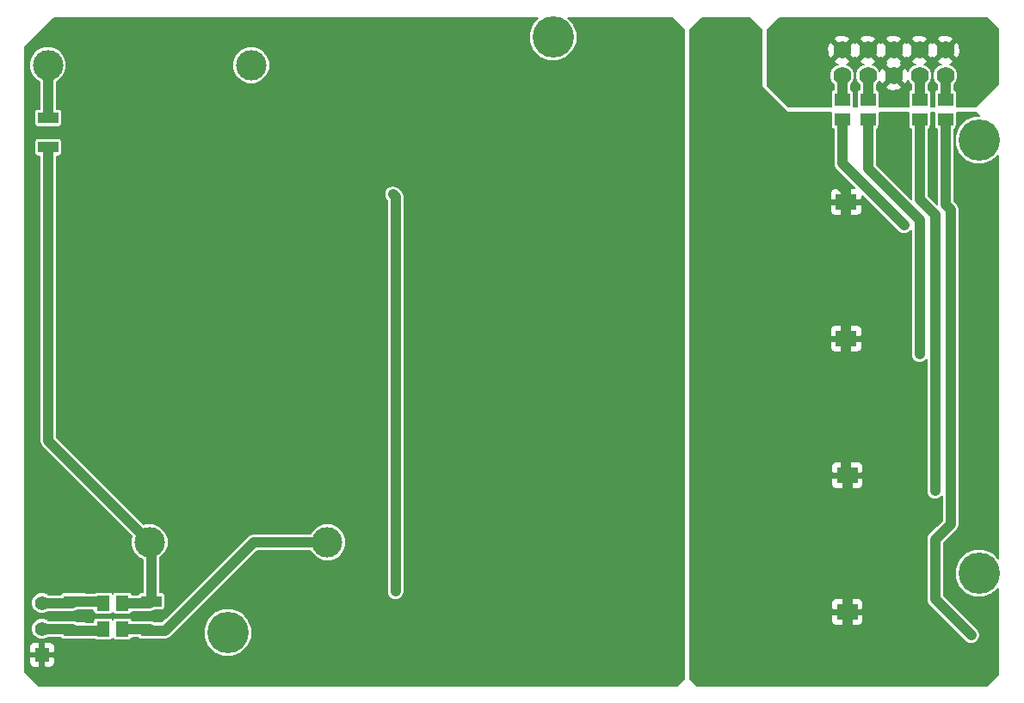
<source format=gbl>
G04 (created by PCBNEW (2013-may-18)-stable) date 2014年04月10日 星期四 23时30分17秒*
%MOIN*%
G04 Gerber Fmt 3.4, Leading zero omitted, Abs format*
%FSLAX34Y34*%
G01*
G70*
G90*
G04 APERTURE LIST*
%ADD10C,0.00590551*%
%ADD11C,0.0693*%
%ADD12R,0.055X0.055*%
%ADD13C,0.055*%
%ADD14R,0.0787402X0.0629921*%
%ADD15C,0.11811*%
%ADD16R,0.059X0.0512*%
%ADD17R,0.0512X0.059*%
%ADD18R,0.0787402X0.0433071*%
%ADD19C,0.16*%
%ADD20C,0.035*%
%ADD21C,0.04*%
%ADD22C,0.02*%
%ADD23C,0.005*%
G04 APERTURE END LIST*
G54D10*
G54D11*
X72400Y-30500D03*
X72400Y-31500D03*
X71400Y-30500D03*
X71400Y-31500D03*
X70400Y-30500D03*
X70400Y-31500D03*
X69400Y-30500D03*
X69400Y-31500D03*
X68400Y-30500D03*
X68400Y-31500D03*
G54D12*
X37400Y-53950D03*
G54D13*
X37400Y-52950D03*
X37400Y-51950D03*
G54D14*
X68600Y-47000D03*
X68550Y-41700D03*
X68600Y-52300D03*
X68550Y-36400D03*
G54D15*
X48462Y-49592D03*
X41572Y-49592D03*
X45509Y-31088D03*
X37635Y-31088D03*
G54D16*
X72400Y-33175D03*
X72400Y-32425D03*
X71400Y-33175D03*
X71400Y-32425D03*
X69400Y-33175D03*
X69400Y-32425D03*
G54D17*
X39775Y-51950D03*
X40525Y-51950D03*
X39775Y-52950D03*
X40525Y-52950D03*
G54D16*
X68400Y-33175D03*
X68400Y-32425D03*
G54D18*
X41650Y-51879D03*
X41650Y-53020D03*
X38650Y-51879D03*
X38650Y-53020D03*
X37650Y-34270D03*
X37650Y-33129D03*
G54D19*
X73700Y-34000D03*
X73700Y-50800D03*
X57200Y-30000D03*
X44600Y-53100D03*
G54D20*
X70800Y-37300D03*
X71400Y-42300D03*
X73400Y-53200D03*
X72000Y-47600D03*
X67400Y-54700D03*
X66400Y-33800D03*
X71800Y-53000D03*
X73200Y-52000D03*
X73600Y-49200D03*
X73600Y-46600D03*
X73600Y-44000D03*
X73600Y-41100D03*
X73600Y-38600D03*
X73300Y-35800D03*
X71900Y-34400D03*
X71900Y-35600D03*
X70600Y-35200D03*
X70200Y-33800D03*
X51100Y-40900D03*
X51100Y-46100D03*
X51100Y-51500D03*
X51000Y-36100D03*
G54D21*
X68400Y-34900D02*
X68400Y-33175D01*
X70800Y-37300D02*
X68400Y-34900D01*
X69400Y-33175D02*
X69400Y-35100D01*
X71400Y-37100D02*
X71400Y-42300D01*
X69400Y-35100D02*
X71400Y-37100D01*
X72000Y-49500D02*
X72600Y-48900D01*
X72000Y-51800D02*
X72000Y-49500D01*
X73400Y-53200D02*
X72000Y-51800D01*
X72400Y-33175D02*
X72400Y-36500D01*
X72400Y-36500D02*
X72600Y-36700D01*
X72600Y-36700D02*
X72600Y-48900D01*
X71400Y-33175D02*
X71400Y-36300D01*
X72000Y-36900D02*
X72000Y-47600D01*
X71400Y-36300D02*
X72000Y-36900D01*
X68600Y-52300D02*
X68600Y-53500D01*
X68600Y-53500D02*
X67400Y-54700D01*
X68600Y-47000D02*
X68600Y-52300D01*
X68550Y-41700D02*
X68550Y-46950D01*
X68550Y-46950D02*
X68600Y-47000D01*
X68550Y-36400D02*
X68550Y-41700D01*
X68550Y-35950D02*
X68550Y-36400D01*
X66400Y-33800D02*
X68550Y-35950D01*
G54D22*
X71800Y-53400D02*
X71800Y-53000D01*
X73000Y-54600D02*
X71800Y-53400D01*
X73300Y-54600D02*
X73000Y-54600D01*
X74000Y-53900D02*
X73300Y-54600D01*
X74000Y-52800D02*
X74000Y-53900D01*
X73200Y-52000D02*
X74000Y-52800D01*
X73600Y-46600D02*
X73600Y-49200D01*
X73600Y-41100D02*
X73600Y-44000D01*
X73600Y-36100D02*
X73600Y-38600D01*
X73300Y-35800D02*
X73600Y-36100D01*
X71900Y-35600D02*
X71900Y-34400D01*
G54D21*
X70600Y-34200D02*
X70600Y-35200D01*
X70200Y-33800D02*
X70600Y-34200D01*
X38650Y-53020D02*
X39704Y-53020D01*
X39704Y-53020D02*
X39775Y-52950D01*
X37400Y-52950D02*
X38579Y-52950D01*
X38579Y-52950D02*
X38650Y-53020D01*
X38650Y-51879D02*
X39704Y-51879D01*
X39704Y-51879D02*
X39775Y-51950D01*
X37400Y-51950D02*
X38579Y-51950D01*
X38579Y-51950D02*
X38650Y-51879D01*
X51100Y-36200D02*
X51100Y-40900D01*
X51100Y-40900D02*
X51100Y-46100D01*
X51100Y-46100D02*
X51100Y-51500D01*
X51000Y-36100D02*
X51100Y-36200D01*
X69400Y-31500D02*
X69400Y-32425D01*
X71400Y-31500D02*
X71400Y-32425D01*
X72400Y-31500D02*
X72400Y-32425D01*
X37635Y-31088D02*
X37635Y-33114D01*
X37635Y-33114D02*
X37650Y-33129D01*
X48462Y-49592D02*
X45607Y-49592D01*
X42179Y-53020D02*
X41650Y-53020D01*
X45607Y-49592D02*
X42179Y-53020D01*
X40525Y-52950D02*
X41579Y-52950D01*
X41579Y-52950D02*
X41650Y-53020D01*
X41650Y-51879D02*
X41650Y-49670D01*
X41650Y-49670D02*
X41572Y-49592D01*
X40525Y-51950D02*
X41579Y-51950D01*
X41579Y-51950D02*
X41650Y-51879D01*
X37650Y-34270D02*
X37650Y-45670D01*
X37650Y-45670D02*
X41572Y-49592D01*
X68400Y-31500D02*
X68400Y-32425D01*
G54D10*
G36*
X62275Y-54889D02*
X62019Y-55145D01*
X51435Y-55145D01*
X51435Y-51500D01*
X51435Y-46100D01*
X51435Y-40900D01*
X51435Y-36200D01*
X51409Y-36071D01*
X51409Y-36071D01*
X51336Y-35963D01*
X51236Y-35863D01*
X51128Y-35790D01*
X51000Y-35765D01*
X50871Y-35790D01*
X50763Y-35863D01*
X50690Y-35971D01*
X50665Y-36100D01*
X50690Y-36228D01*
X50763Y-36336D01*
X50765Y-36338D01*
X50765Y-40900D01*
X50765Y-46100D01*
X50765Y-51500D01*
X50790Y-51628D01*
X50863Y-51736D01*
X50971Y-51809D01*
X51100Y-51835D01*
X51228Y-51809D01*
X51336Y-51736D01*
X51409Y-51628D01*
X51435Y-51500D01*
X51435Y-55145D01*
X49187Y-55145D01*
X49187Y-49449D01*
X49077Y-49182D01*
X48873Y-48977D01*
X48606Y-48867D01*
X48318Y-48867D01*
X48051Y-48977D01*
X47847Y-49181D01*
X47815Y-49257D01*
X46234Y-49257D01*
X46234Y-30945D01*
X46124Y-30678D01*
X45920Y-30474D01*
X45654Y-30363D01*
X45365Y-30363D01*
X45098Y-30473D01*
X44894Y-30677D01*
X44783Y-30943D01*
X44783Y-31232D01*
X44893Y-31499D01*
X45097Y-31703D01*
X45364Y-31814D01*
X45652Y-31814D01*
X45919Y-31704D01*
X46123Y-31500D01*
X46234Y-31233D01*
X46234Y-30945D01*
X46234Y-49257D01*
X45607Y-49257D01*
X45479Y-49283D01*
X45443Y-49307D01*
X45370Y-49355D01*
X42297Y-52428D01*
X42297Y-49449D01*
X42187Y-49182D01*
X41983Y-48977D01*
X41717Y-48867D01*
X41428Y-48867D01*
X41351Y-48898D01*
X38360Y-45907D01*
X38360Y-30945D01*
X38250Y-30678D01*
X38046Y-30474D01*
X37780Y-30363D01*
X37491Y-30363D01*
X37224Y-30473D01*
X37020Y-30677D01*
X36909Y-30943D01*
X36909Y-31232D01*
X37019Y-31499D01*
X37223Y-31703D01*
X37300Y-31735D01*
X37300Y-32777D01*
X37229Y-32777D01*
X37179Y-32798D01*
X37141Y-32836D01*
X37121Y-32885D01*
X37121Y-32939D01*
X37121Y-33372D01*
X37141Y-33422D01*
X37179Y-33460D01*
X37229Y-33480D01*
X37283Y-33480D01*
X38070Y-33480D01*
X38120Y-33460D01*
X38158Y-33422D01*
X38178Y-33372D01*
X38178Y-33318D01*
X38178Y-32885D01*
X38158Y-32836D01*
X38120Y-32798D01*
X38070Y-32777D01*
X38016Y-32777D01*
X37970Y-32777D01*
X37970Y-31735D01*
X38045Y-31704D01*
X38249Y-31500D01*
X38360Y-31233D01*
X38360Y-30945D01*
X38360Y-45907D01*
X37985Y-45531D01*
X37985Y-34622D01*
X38070Y-34622D01*
X38120Y-34601D01*
X38158Y-34563D01*
X38178Y-34514D01*
X38178Y-34460D01*
X38178Y-34027D01*
X38158Y-33977D01*
X38120Y-33939D01*
X38070Y-33919D01*
X38016Y-33919D01*
X37229Y-33919D01*
X37179Y-33939D01*
X37141Y-33977D01*
X37121Y-34027D01*
X37121Y-34081D01*
X37121Y-34514D01*
X37141Y-34563D01*
X37179Y-34601D01*
X37229Y-34622D01*
X37283Y-34622D01*
X37315Y-34622D01*
X37315Y-45670D01*
X37340Y-45798D01*
X37413Y-45907D01*
X40878Y-49372D01*
X40846Y-49447D01*
X40846Y-49736D01*
X40956Y-50003D01*
X41160Y-50207D01*
X41315Y-50271D01*
X41315Y-51527D01*
X41229Y-51527D01*
X41179Y-51548D01*
X41141Y-51586D01*
X41129Y-51615D01*
X40910Y-51615D01*
X40895Y-51578D01*
X40857Y-51540D01*
X40807Y-51520D01*
X40754Y-51519D01*
X40242Y-51519D01*
X40192Y-51540D01*
X40154Y-51578D01*
X40150Y-51589D01*
X40145Y-51578D01*
X40107Y-51540D01*
X40057Y-51520D01*
X40004Y-51519D01*
X39492Y-51519D01*
X39442Y-51540D01*
X39438Y-51544D01*
X39110Y-51544D01*
X39070Y-51527D01*
X39016Y-51527D01*
X38229Y-51527D01*
X38179Y-51548D01*
X38141Y-51586D01*
X38129Y-51615D01*
X37644Y-51615D01*
X37632Y-51602D01*
X37481Y-51540D01*
X37318Y-51539D01*
X37168Y-51602D01*
X37052Y-51717D01*
X36990Y-51868D01*
X36989Y-52031D01*
X37052Y-52181D01*
X37167Y-52297D01*
X37318Y-52359D01*
X37481Y-52360D01*
X37631Y-52297D01*
X37644Y-52285D01*
X38579Y-52285D01*
X38707Y-52259D01*
X38707Y-52259D01*
X38750Y-52230D01*
X38750Y-52230D01*
X39070Y-52230D01*
X39110Y-52214D01*
X39383Y-52214D01*
X39383Y-52271D01*
X39404Y-52321D01*
X39442Y-52359D01*
X39492Y-52379D01*
X39545Y-52380D01*
X40057Y-52380D01*
X40107Y-52359D01*
X40145Y-52321D01*
X40149Y-52310D01*
X40154Y-52321D01*
X40192Y-52359D01*
X40242Y-52379D01*
X40295Y-52380D01*
X40807Y-52380D01*
X40857Y-52359D01*
X40895Y-52321D01*
X40910Y-52285D01*
X41579Y-52285D01*
X41707Y-52259D01*
X41707Y-52259D01*
X41750Y-52230D01*
X41750Y-52230D01*
X42070Y-52230D01*
X42120Y-52210D01*
X42158Y-52172D01*
X42178Y-52122D01*
X42178Y-52068D01*
X42178Y-51635D01*
X42158Y-51586D01*
X42120Y-51548D01*
X42070Y-51527D01*
X42016Y-51527D01*
X41985Y-51527D01*
X41985Y-50205D01*
X42186Y-50004D01*
X42297Y-49737D01*
X42297Y-49449D01*
X42297Y-52428D01*
X42056Y-52669D01*
X42016Y-52669D01*
X41750Y-52669D01*
X41707Y-52640D01*
X41579Y-52615D01*
X40910Y-52615D01*
X40895Y-52578D01*
X40857Y-52540D01*
X40807Y-52520D01*
X40754Y-52519D01*
X40242Y-52519D01*
X40192Y-52540D01*
X40154Y-52578D01*
X40150Y-52589D01*
X40145Y-52578D01*
X40107Y-52540D01*
X40057Y-52520D01*
X40004Y-52519D01*
X39492Y-52519D01*
X39442Y-52540D01*
X39404Y-52578D01*
X39384Y-52628D01*
X39383Y-52681D01*
X39383Y-52685D01*
X39110Y-52685D01*
X39070Y-52669D01*
X39016Y-52669D01*
X38750Y-52669D01*
X38707Y-52640D01*
X38579Y-52615D01*
X37644Y-52615D01*
X37632Y-52602D01*
X37481Y-52540D01*
X37318Y-52539D01*
X37168Y-52602D01*
X37052Y-52717D01*
X36990Y-52868D01*
X36989Y-53031D01*
X37052Y-53181D01*
X37167Y-53297D01*
X37318Y-53359D01*
X37481Y-53360D01*
X37631Y-53297D01*
X37644Y-53285D01*
X38129Y-53285D01*
X38141Y-53313D01*
X38179Y-53351D01*
X38229Y-53372D01*
X38283Y-53372D01*
X39070Y-53372D01*
X39110Y-53355D01*
X39438Y-53355D01*
X39442Y-53359D01*
X39492Y-53379D01*
X39545Y-53380D01*
X40057Y-53380D01*
X40107Y-53359D01*
X40145Y-53321D01*
X40149Y-53310D01*
X40154Y-53321D01*
X40192Y-53359D01*
X40242Y-53379D01*
X40295Y-53380D01*
X40807Y-53380D01*
X40857Y-53359D01*
X40895Y-53321D01*
X40910Y-53285D01*
X41129Y-53285D01*
X41141Y-53313D01*
X41179Y-53351D01*
X41229Y-53372D01*
X41283Y-53372D01*
X42070Y-53372D01*
X42110Y-53355D01*
X42179Y-53355D01*
X42307Y-53330D01*
X42307Y-53330D01*
X42416Y-53257D01*
X45746Y-49927D01*
X47815Y-49927D01*
X47846Y-50003D01*
X48050Y-50207D01*
X48317Y-50318D01*
X48605Y-50318D01*
X48872Y-50208D01*
X49076Y-50004D01*
X49187Y-49737D01*
X49187Y-49449D01*
X49187Y-55145D01*
X45535Y-55145D01*
X45535Y-52914D01*
X45393Y-52571D01*
X45130Y-52307D01*
X44786Y-52165D01*
X44414Y-52164D01*
X44071Y-52306D01*
X43807Y-52569D01*
X43665Y-52913D01*
X43664Y-53285D01*
X43806Y-53628D01*
X44069Y-53892D01*
X44413Y-54034D01*
X44785Y-54035D01*
X45128Y-53893D01*
X45392Y-53630D01*
X45534Y-53286D01*
X45535Y-52914D01*
X45535Y-55145D01*
X37900Y-55145D01*
X37900Y-54269D01*
X37900Y-53630D01*
X37865Y-53547D01*
X37802Y-53484D01*
X37719Y-53450D01*
X37630Y-53449D01*
X37531Y-53450D01*
X37475Y-53506D01*
X37475Y-53875D01*
X37843Y-53875D01*
X37900Y-53818D01*
X37900Y-53630D01*
X37900Y-54269D01*
X37900Y-54081D01*
X37843Y-54025D01*
X37475Y-54025D01*
X37475Y-54393D01*
X37531Y-54450D01*
X37630Y-54450D01*
X37719Y-54449D01*
X37802Y-54415D01*
X37865Y-54352D01*
X37900Y-54269D01*
X37900Y-55145D01*
X37325Y-55145D01*
X37325Y-54393D01*
X37325Y-54025D01*
X37325Y-53875D01*
X37325Y-53506D01*
X37268Y-53450D01*
X37169Y-53449D01*
X37080Y-53450D01*
X36997Y-53484D01*
X36934Y-53547D01*
X36899Y-53630D01*
X36900Y-53818D01*
X36956Y-53875D01*
X37325Y-53875D01*
X37325Y-54025D01*
X36956Y-54025D01*
X36900Y-54081D01*
X36899Y-54269D01*
X36934Y-54352D01*
X36997Y-54415D01*
X37080Y-54449D01*
X37169Y-54450D01*
X37268Y-54450D01*
X37325Y-54393D01*
X37325Y-55145D01*
X37280Y-55145D01*
X36754Y-54619D01*
X36754Y-30380D01*
X37880Y-29254D01*
X56623Y-29254D01*
X56407Y-29469D01*
X56265Y-29813D01*
X56264Y-30185D01*
X56406Y-30528D01*
X56669Y-30792D01*
X57013Y-30934D01*
X57385Y-30935D01*
X57728Y-30793D01*
X57992Y-30530D01*
X58134Y-30186D01*
X58135Y-29814D01*
X57993Y-29471D01*
X57777Y-29254D01*
X61819Y-29254D01*
X62275Y-29710D01*
X62275Y-54889D01*
X62275Y-54889D01*
G37*
G54D23*
X62275Y-54889D02*
X62019Y-55145D01*
X51435Y-55145D01*
X51435Y-51500D01*
X51435Y-46100D01*
X51435Y-40900D01*
X51435Y-36200D01*
X51409Y-36071D01*
X51409Y-36071D01*
X51336Y-35963D01*
X51236Y-35863D01*
X51128Y-35790D01*
X51000Y-35765D01*
X50871Y-35790D01*
X50763Y-35863D01*
X50690Y-35971D01*
X50665Y-36100D01*
X50690Y-36228D01*
X50763Y-36336D01*
X50765Y-36338D01*
X50765Y-40900D01*
X50765Y-46100D01*
X50765Y-51500D01*
X50790Y-51628D01*
X50863Y-51736D01*
X50971Y-51809D01*
X51100Y-51835D01*
X51228Y-51809D01*
X51336Y-51736D01*
X51409Y-51628D01*
X51435Y-51500D01*
X51435Y-55145D01*
X49187Y-55145D01*
X49187Y-49449D01*
X49077Y-49182D01*
X48873Y-48977D01*
X48606Y-48867D01*
X48318Y-48867D01*
X48051Y-48977D01*
X47847Y-49181D01*
X47815Y-49257D01*
X46234Y-49257D01*
X46234Y-30945D01*
X46124Y-30678D01*
X45920Y-30474D01*
X45654Y-30363D01*
X45365Y-30363D01*
X45098Y-30473D01*
X44894Y-30677D01*
X44783Y-30943D01*
X44783Y-31232D01*
X44893Y-31499D01*
X45097Y-31703D01*
X45364Y-31814D01*
X45652Y-31814D01*
X45919Y-31704D01*
X46123Y-31500D01*
X46234Y-31233D01*
X46234Y-30945D01*
X46234Y-49257D01*
X45607Y-49257D01*
X45479Y-49283D01*
X45443Y-49307D01*
X45370Y-49355D01*
X42297Y-52428D01*
X42297Y-49449D01*
X42187Y-49182D01*
X41983Y-48977D01*
X41717Y-48867D01*
X41428Y-48867D01*
X41351Y-48898D01*
X38360Y-45907D01*
X38360Y-30945D01*
X38250Y-30678D01*
X38046Y-30474D01*
X37780Y-30363D01*
X37491Y-30363D01*
X37224Y-30473D01*
X37020Y-30677D01*
X36909Y-30943D01*
X36909Y-31232D01*
X37019Y-31499D01*
X37223Y-31703D01*
X37300Y-31735D01*
X37300Y-32777D01*
X37229Y-32777D01*
X37179Y-32798D01*
X37141Y-32836D01*
X37121Y-32885D01*
X37121Y-32939D01*
X37121Y-33372D01*
X37141Y-33422D01*
X37179Y-33460D01*
X37229Y-33480D01*
X37283Y-33480D01*
X38070Y-33480D01*
X38120Y-33460D01*
X38158Y-33422D01*
X38178Y-33372D01*
X38178Y-33318D01*
X38178Y-32885D01*
X38158Y-32836D01*
X38120Y-32798D01*
X38070Y-32777D01*
X38016Y-32777D01*
X37970Y-32777D01*
X37970Y-31735D01*
X38045Y-31704D01*
X38249Y-31500D01*
X38360Y-31233D01*
X38360Y-30945D01*
X38360Y-45907D01*
X37985Y-45531D01*
X37985Y-34622D01*
X38070Y-34622D01*
X38120Y-34601D01*
X38158Y-34563D01*
X38178Y-34514D01*
X38178Y-34460D01*
X38178Y-34027D01*
X38158Y-33977D01*
X38120Y-33939D01*
X38070Y-33919D01*
X38016Y-33919D01*
X37229Y-33919D01*
X37179Y-33939D01*
X37141Y-33977D01*
X37121Y-34027D01*
X37121Y-34081D01*
X37121Y-34514D01*
X37141Y-34563D01*
X37179Y-34601D01*
X37229Y-34622D01*
X37283Y-34622D01*
X37315Y-34622D01*
X37315Y-45670D01*
X37340Y-45798D01*
X37413Y-45907D01*
X40878Y-49372D01*
X40846Y-49447D01*
X40846Y-49736D01*
X40956Y-50003D01*
X41160Y-50207D01*
X41315Y-50271D01*
X41315Y-51527D01*
X41229Y-51527D01*
X41179Y-51548D01*
X41141Y-51586D01*
X41129Y-51615D01*
X40910Y-51615D01*
X40895Y-51578D01*
X40857Y-51540D01*
X40807Y-51520D01*
X40754Y-51519D01*
X40242Y-51519D01*
X40192Y-51540D01*
X40154Y-51578D01*
X40150Y-51589D01*
X40145Y-51578D01*
X40107Y-51540D01*
X40057Y-51520D01*
X40004Y-51519D01*
X39492Y-51519D01*
X39442Y-51540D01*
X39438Y-51544D01*
X39110Y-51544D01*
X39070Y-51527D01*
X39016Y-51527D01*
X38229Y-51527D01*
X38179Y-51548D01*
X38141Y-51586D01*
X38129Y-51615D01*
X37644Y-51615D01*
X37632Y-51602D01*
X37481Y-51540D01*
X37318Y-51539D01*
X37168Y-51602D01*
X37052Y-51717D01*
X36990Y-51868D01*
X36989Y-52031D01*
X37052Y-52181D01*
X37167Y-52297D01*
X37318Y-52359D01*
X37481Y-52360D01*
X37631Y-52297D01*
X37644Y-52285D01*
X38579Y-52285D01*
X38707Y-52259D01*
X38707Y-52259D01*
X38750Y-52230D01*
X38750Y-52230D01*
X39070Y-52230D01*
X39110Y-52214D01*
X39383Y-52214D01*
X39383Y-52271D01*
X39404Y-52321D01*
X39442Y-52359D01*
X39492Y-52379D01*
X39545Y-52380D01*
X40057Y-52380D01*
X40107Y-52359D01*
X40145Y-52321D01*
X40149Y-52310D01*
X40154Y-52321D01*
X40192Y-52359D01*
X40242Y-52379D01*
X40295Y-52380D01*
X40807Y-52380D01*
X40857Y-52359D01*
X40895Y-52321D01*
X40910Y-52285D01*
X41579Y-52285D01*
X41707Y-52259D01*
X41707Y-52259D01*
X41750Y-52230D01*
X41750Y-52230D01*
X42070Y-52230D01*
X42120Y-52210D01*
X42158Y-52172D01*
X42178Y-52122D01*
X42178Y-52068D01*
X42178Y-51635D01*
X42158Y-51586D01*
X42120Y-51548D01*
X42070Y-51527D01*
X42016Y-51527D01*
X41985Y-51527D01*
X41985Y-50205D01*
X42186Y-50004D01*
X42297Y-49737D01*
X42297Y-49449D01*
X42297Y-52428D01*
X42056Y-52669D01*
X42016Y-52669D01*
X41750Y-52669D01*
X41707Y-52640D01*
X41579Y-52615D01*
X40910Y-52615D01*
X40895Y-52578D01*
X40857Y-52540D01*
X40807Y-52520D01*
X40754Y-52519D01*
X40242Y-52519D01*
X40192Y-52540D01*
X40154Y-52578D01*
X40150Y-52589D01*
X40145Y-52578D01*
X40107Y-52540D01*
X40057Y-52520D01*
X40004Y-52519D01*
X39492Y-52519D01*
X39442Y-52540D01*
X39404Y-52578D01*
X39384Y-52628D01*
X39383Y-52681D01*
X39383Y-52685D01*
X39110Y-52685D01*
X39070Y-52669D01*
X39016Y-52669D01*
X38750Y-52669D01*
X38707Y-52640D01*
X38579Y-52615D01*
X37644Y-52615D01*
X37632Y-52602D01*
X37481Y-52540D01*
X37318Y-52539D01*
X37168Y-52602D01*
X37052Y-52717D01*
X36990Y-52868D01*
X36989Y-53031D01*
X37052Y-53181D01*
X37167Y-53297D01*
X37318Y-53359D01*
X37481Y-53360D01*
X37631Y-53297D01*
X37644Y-53285D01*
X38129Y-53285D01*
X38141Y-53313D01*
X38179Y-53351D01*
X38229Y-53372D01*
X38283Y-53372D01*
X39070Y-53372D01*
X39110Y-53355D01*
X39438Y-53355D01*
X39442Y-53359D01*
X39492Y-53379D01*
X39545Y-53380D01*
X40057Y-53380D01*
X40107Y-53359D01*
X40145Y-53321D01*
X40149Y-53310D01*
X40154Y-53321D01*
X40192Y-53359D01*
X40242Y-53379D01*
X40295Y-53380D01*
X40807Y-53380D01*
X40857Y-53359D01*
X40895Y-53321D01*
X40910Y-53285D01*
X41129Y-53285D01*
X41141Y-53313D01*
X41179Y-53351D01*
X41229Y-53372D01*
X41283Y-53372D01*
X42070Y-53372D01*
X42110Y-53355D01*
X42179Y-53355D01*
X42307Y-53330D01*
X42307Y-53330D01*
X42416Y-53257D01*
X45746Y-49927D01*
X47815Y-49927D01*
X47846Y-50003D01*
X48050Y-50207D01*
X48317Y-50318D01*
X48605Y-50318D01*
X48872Y-50208D01*
X49076Y-50004D01*
X49187Y-49737D01*
X49187Y-49449D01*
X49187Y-55145D01*
X45535Y-55145D01*
X45535Y-52914D01*
X45393Y-52571D01*
X45130Y-52307D01*
X44786Y-52165D01*
X44414Y-52164D01*
X44071Y-52306D01*
X43807Y-52569D01*
X43665Y-52913D01*
X43664Y-53285D01*
X43806Y-53628D01*
X44069Y-53892D01*
X44413Y-54034D01*
X44785Y-54035D01*
X45128Y-53893D01*
X45392Y-53630D01*
X45534Y-53286D01*
X45535Y-52914D01*
X45535Y-55145D01*
X37900Y-55145D01*
X37900Y-54269D01*
X37900Y-53630D01*
X37865Y-53547D01*
X37802Y-53484D01*
X37719Y-53450D01*
X37630Y-53449D01*
X37531Y-53450D01*
X37475Y-53506D01*
X37475Y-53875D01*
X37843Y-53875D01*
X37900Y-53818D01*
X37900Y-53630D01*
X37900Y-54269D01*
X37900Y-54081D01*
X37843Y-54025D01*
X37475Y-54025D01*
X37475Y-54393D01*
X37531Y-54450D01*
X37630Y-54450D01*
X37719Y-54449D01*
X37802Y-54415D01*
X37865Y-54352D01*
X37900Y-54269D01*
X37900Y-55145D01*
X37325Y-55145D01*
X37325Y-54393D01*
X37325Y-54025D01*
X37325Y-53875D01*
X37325Y-53506D01*
X37268Y-53450D01*
X37169Y-53449D01*
X37080Y-53450D01*
X36997Y-53484D01*
X36934Y-53547D01*
X36899Y-53630D01*
X36900Y-53818D01*
X36956Y-53875D01*
X37325Y-53875D01*
X37325Y-54025D01*
X36956Y-54025D01*
X36900Y-54081D01*
X36899Y-54269D01*
X36934Y-54352D01*
X36997Y-54415D01*
X37080Y-54449D01*
X37169Y-54450D01*
X37268Y-54450D01*
X37325Y-54393D01*
X37325Y-55145D01*
X37280Y-55145D01*
X36754Y-54619D01*
X36754Y-30380D01*
X37880Y-29254D01*
X56623Y-29254D01*
X56407Y-29469D01*
X56265Y-29813D01*
X56264Y-30185D01*
X56406Y-30528D01*
X56669Y-30792D01*
X57013Y-30934D01*
X57385Y-30935D01*
X57728Y-30793D01*
X57992Y-30530D01*
X58134Y-30186D01*
X58135Y-29814D01*
X57993Y-29471D01*
X57777Y-29254D01*
X61819Y-29254D01*
X62275Y-29710D01*
X62275Y-54889D01*
G54D10*
G36*
X74445Y-31819D02*
X73589Y-32675D01*
X72979Y-32675D01*
X72979Y-30561D01*
X72959Y-30335D01*
X72911Y-30221D01*
X72821Y-30184D01*
X72715Y-30290D01*
X72715Y-30078D01*
X72678Y-29988D01*
X72461Y-29920D01*
X72235Y-29940D01*
X72121Y-29988D01*
X72084Y-30078D01*
X72400Y-30393D01*
X72715Y-30078D01*
X72715Y-30290D01*
X72506Y-30500D01*
X72821Y-30815D01*
X72911Y-30778D01*
X72979Y-30561D01*
X72979Y-32675D01*
X72830Y-32675D01*
X72830Y-32654D01*
X72830Y-32142D01*
X72809Y-32092D01*
X72771Y-32054D01*
X72735Y-32039D01*
X72735Y-31845D01*
X72807Y-31773D01*
X72881Y-31596D01*
X72881Y-31404D01*
X72808Y-31227D01*
X72673Y-31092D01*
X72579Y-31052D01*
X72678Y-31011D01*
X72715Y-30921D01*
X72400Y-30606D01*
X72293Y-30712D01*
X72293Y-30500D01*
X71978Y-30184D01*
X71900Y-30216D01*
X71821Y-30184D01*
X71715Y-30290D01*
X71715Y-30078D01*
X71678Y-29988D01*
X71461Y-29920D01*
X71235Y-29940D01*
X71121Y-29988D01*
X71084Y-30078D01*
X71400Y-30393D01*
X71715Y-30078D01*
X71715Y-30290D01*
X71506Y-30500D01*
X71821Y-30815D01*
X71900Y-30783D01*
X71978Y-30815D01*
X72293Y-30500D01*
X72293Y-30712D01*
X72084Y-30921D01*
X72121Y-31011D01*
X72235Y-31047D01*
X72127Y-31091D01*
X71992Y-31226D01*
X71918Y-31403D01*
X71918Y-31595D01*
X71991Y-31772D01*
X72065Y-31845D01*
X72065Y-32039D01*
X72028Y-32054D01*
X71990Y-32092D01*
X71970Y-32142D01*
X71969Y-32195D01*
X71969Y-32675D01*
X71830Y-32675D01*
X71830Y-32654D01*
X71830Y-32142D01*
X71809Y-32092D01*
X71771Y-32054D01*
X71735Y-32039D01*
X71735Y-31845D01*
X71807Y-31773D01*
X71881Y-31596D01*
X71881Y-31404D01*
X71808Y-31227D01*
X71673Y-31092D01*
X71579Y-31052D01*
X71678Y-31011D01*
X71715Y-30921D01*
X71400Y-30606D01*
X71293Y-30712D01*
X71293Y-30500D01*
X70978Y-30184D01*
X70900Y-30216D01*
X70821Y-30184D01*
X70715Y-30290D01*
X70715Y-30078D01*
X70678Y-29988D01*
X70461Y-29920D01*
X70235Y-29940D01*
X70121Y-29988D01*
X70084Y-30078D01*
X70400Y-30393D01*
X70715Y-30078D01*
X70715Y-30290D01*
X70506Y-30500D01*
X70821Y-30815D01*
X70900Y-30783D01*
X70978Y-30815D01*
X71293Y-30500D01*
X71293Y-30712D01*
X71084Y-30921D01*
X71121Y-31011D01*
X71235Y-31047D01*
X71127Y-31091D01*
X70992Y-31226D01*
X70952Y-31320D01*
X70911Y-31221D01*
X70821Y-31184D01*
X70715Y-31290D01*
X70715Y-31078D01*
X70683Y-31000D01*
X70715Y-30921D01*
X70400Y-30606D01*
X70293Y-30712D01*
X70293Y-30500D01*
X69978Y-30184D01*
X69900Y-30216D01*
X69821Y-30184D01*
X69715Y-30290D01*
X69715Y-30078D01*
X69678Y-29988D01*
X69461Y-29920D01*
X69235Y-29940D01*
X69121Y-29988D01*
X69084Y-30078D01*
X69400Y-30393D01*
X69715Y-30078D01*
X69715Y-30290D01*
X69506Y-30500D01*
X69821Y-30815D01*
X69900Y-30783D01*
X69978Y-30815D01*
X70293Y-30500D01*
X70293Y-30712D01*
X70084Y-30921D01*
X70116Y-31000D01*
X70084Y-31078D01*
X70400Y-31393D01*
X70715Y-31078D01*
X70715Y-31290D01*
X70506Y-31500D01*
X70821Y-31815D01*
X70911Y-31778D01*
X70947Y-31664D01*
X70991Y-31772D01*
X71065Y-31845D01*
X71065Y-32039D01*
X71028Y-32054D01*
X70990Y-32092D01*
X70970Y-32142D01*
X70969Y-32195D01*
X70969Y-32675D01*
X70715Y-32675D01*
X70715Y-31921D01*
X70400Y-31606D01*
X70084Y-31921D01*
X70121Y-32011D01*
X70338Y-32079D01*
X70564Y-32059D01*
X70678Y-32011D01*
X70715Y-31921D01*
X70715Y-32675D01*
X69830Y-32675D01*
X69830Y-32654D01*
X69830Y-32142D01*
X69809Y-32092D01*
X69771Y-32054D01*
X69735Y-32039D01*
X69735Y-31845D01*
X69807Y-31773D01*
X69847Y-31679D01*
X69888Y-31778D01*
X69978Y-31815D01*
X70293Y-31500D01*
X69978Y-31184D01*
X69888Y-31221D01*
X69852Y-31335D01*
X69808Y-31227D01*
X69673Y-31092D01*
X69579Y-31052D01*
X69678Y-31011D01*
X69715Y-30921D01*
X69400Y-30606D01*
X69293Y-30712D01*
X69293Y-30500D01*
X68978Y-30184D01*
X68900Y-30216D01*
X68821Y-30184D01*
X68715Y-30290D01*
X68715Y-30078D01*
X68678Y-29988D01*
X68461Y-29920D01*
X68235Y-29940D01*
X68121Y-29988D01*
X68084Y-30078D01*
X68400Y-30393D01*
X68715Y-30078D01*
X68715Y-30290D01*
X68506Y-30500D01*
X68821Y-30815D01*
X68900Y-30783D01*
X68978Y-30815D01*
X69293Y-30500D01*
X69293Y-30712D01*
X69084Y-30921D01*
X69121Y-31011D01*
X69235Y-31047D01*
X69127Y-31091D01*
X68992Y-31226D01*
X68918Y-31403D01*
X68918Y-31595D01*
X68991Y-31772D01*
X69065Y-31845D01*
X69065Y-32039D01*
X69028Y-32054D01*
X68990Y-32092D01*
X68970Y-32142D01*
X68969Y-32195D01*
X68969Y-32675D01*
X68830Y-32675D01*
X68830Y-32654D01*
X68830Y-32142D01*
X68809Y-32092D01*
X68771Y-32054D01*
X68735Y-32039D01*
X68735Y-31845D01*
X68807Y-31773D01*
X68881Y-31596D01*
X68881Y-31404D01*
X68808Y-31227D01*
X68673Y-31092D01*
X68579Y-31052D01*
X68678Y-31011D01*
X68715Y-30921D01*
X68400Y-30606D01*
X68293Y-30712D01*
X68293Y-30500D01*
X67978Y-30184D01*
X67888Y-30221D01*
X67820Y-30438D01*
X67840Y-30664D01*
X67888Y-30778D01*
X67978Y-30815D01*
X68293Y-30500D01*
X68293Y-30712D01*
X68084Y-30921D01*
X68121Y-31011D01*
X68235Y-31047D01*
X68127Y-31091D01*
X67992Y-31226D01*
X67918Y-31403D01*
X67918Y-31595D01*
X67991Y-31772D01*
X68065Y-31845D01*
X68065Y-32039D01*
X68028Y-32054D01*
X67990Y-32092D01*
X67970Y-32142D01*
X67969Y-32195D01*
X67969Y-32675D01*
X66310Y-32675D01*
X65525Y-31889D01*
X65525Y-29710D01*
X65980Y-29254D01*
X74019Y-29254D01*
X74445Y-29680D01*
X74445Y-31819D01*
X74445Y-31819D01*
G37*
G54D23*
X74445Y-31819D02*
X73589Y-32675D01*
X72979Y-32675D01*
X72979Y-30561D01*
X72959Y-30335D01*
X72911Y-30221D01*
X72821Y-30184D01*
X72715Y-30290D01*
X72715Y-30078D01*
X72678Y-29988D01*
X72461Y-29920D01*
X72235Y-29940D01*
X72121Y-29988D01*
X72084Y-30078D01*
X72400Y-30393D01*
X72715Y-30078D01*
X72715Y-30290D01*
X72506Y-30500D01*
X72821Y-30815D01*
X72911Y-30778D01*
X72979Y-30561D01*
X72979Y-32675D01*
X72830Y-32675D01*
X72830Y-32654D01*
X72830Y-32142D01*
X72809Y-32092D01*
X72771Y-32054D01*
X72735Y-32039D01*
X72735Y-31845D01*
X72807Y-31773D01*
X72881Y-31596D01*
X72881Y-31404D01*
X72808Y-31227D01*
X72673Y-31092D01*
X72579Y-31052D01*
X72678Y-31011D01*
X72715Y-30921D01*
X72400Y-30606D01*
X72293Y-30712D01*
X72293Y-30500D01*
X71978Y-30184D01*
X71900Y-30216D01*
X71821Y-30184D01*
X71715Y-30290D01*
X71715Y-30078D01*
X71678Y-29988D01*
X71461Y-29920D01*
X71235Y-29940D01*
X71121Y-29988D01*
X71084Y-30078D01*
X71400Y-30393D01*
X71715Y-30078D01*
X71715Y-30290D01*
X71506Y-30500D01*
X71821Y-30815D01*
X71900Y-30783D01*
X71978Y-30815D01*
X72293Y-30500D01*
X72293Y-30712D01*
X72084Y-30921D01*
X72121Y-31011D01*
X72235Y-31047D01*
X72127Y-31091D01*
X71992Y-31226D01*
X71918Y-31403D01*
X71918Y-31595D01*
X71991Y-31772D01*
X72065Y-31845D01*
X72065Y-32039D01*
X72028Y-32054D01*
X71990Y-32092D01*
X71970Y-32142D01*
X71969Y-32195D01*
X71969Y-32675D01*
X71830Y-32675D01*
X71830Y-32654D01*
X71830Y-32142D01*
X71809Y-32092D01*
X71771Y-32054D01*
X71735Y-32039D01*
X71735Y-31845D01*
X71807Y-31773D01*
X71881Y-31596D01*
X71881Y-31404D01*
X71808Y-31227D01*
X71673Y-31092D01*
X71579Y-31052D01*
X71678Y-31011D01*
X71715Y-30921D01*
X71400Y-30606D01*
X71293Y-30712D01*
X71293Y-30500D01*
X70978Y-30184D01*
X70900Y-30216D01*
X70821Y-30184D01*
X70715Y-30290D01*
X70715Y-30078D01*
X70678Y-29988D01*
X70461Y-29920D01*
X70235Y-29940D01*
X70121Y-29988D01*
X70084Y-30078D01*
X70400Y-30393D01*
X70715Y-30078D01*
X70715Y-30290D01*
X70506Y-30500D01*
X70821Y-30815D01*
X70900Y-30783D01*
X70978Y-30815D01*
X71293Y-30500D01*
X71293Y-30712D01*
X71084Y-30921D01*
X71121Y-31011D01*
X71235Y-31047D01*
X71127Y-31091D01*
X70992Y-31226D01*
X70952Y-31320D01*
X70911Y-31221D01*
X70821Y-31184D01*
X70715Y-31290D01*
X70715Y-31078D01*
X70683Y-31000D01*
X70715Y-30921D01*
X70400Y-30606D01*
X70293Y-30712D01*
X70293Y-30500D01*
X69978Y-30184D01*
X69900Y-30216D01*
X69821Y-30184D01*
X69715Y-30290D01*
X69715Y-30078D01*
X69678Y-29988D01*
X69461Y-29920D01*
X69235Y-29940D01*
X69121Y-29988D01*
X69084Y-30078D01*
X69400Y-30393D01*
X69715Y-30078D01*
X69715Y-30290D01*
X69506Y-30500D01*
X69821Y-30815D01*
X69900Y-30783D01*
X69978Y-30815D01*
X70293Y-30500D01*
X70293Y-30712D01*
X70084Y-30921D01*
X70116Y-31000D01*
X70084Y-31078D01*
X70400Y-31393D01*
X70715Y-31078D01*
X70715Y-31290D01*
X70506Y-31500D01*
X70821Y-31815D01*
X70911Y-31778D01*
X70947Y-31664D01*
X70991Y-31772D01*
X71065Y-31845D01*
X71065Y-32039D01*
X71028Y-32054D01*
X70990Y-32092D01*
X70970Y-32142D01*
X70969Y-32195D01*
X70969Y-32675D01*
X70715Y-32675D01*
X70715Y-31921D01*
X70400Y-31606D01*
X70084Y-31921D01*
X70121Y-32011D01*
X70338Y-32079D01*
X70564Y-32059D01*
X70678Y-32011D01*
X70715Y-31921D01*
X70715Y-32675D01*
X69830Y-32675D01*
X69830Y-32654D01*
X69830Y-32142D01*
X69809Y-32092D01*
X69771Y-32054D01*
X69735Y-32039D01*
X69735Y-31845D01*
X69807Y-31773D01*
X69847Y-31679D01*
X69888Y-31778D01*
X69978Y-31815D01*
X70293Y-31500D01*
X69978Y-31184D01*
X69888Y-31221D01*
X69852Y-31335D01*
X69808Y-31227D01*
X69673Y-31092D01*
X69579Y-31052D01*
X69678Y-31011D01*
X69715Y-30921D01*
X69400Y-30606D01*
X69293Y-30712D01*
X69293Y-30500D01*
X68978Y-30184D01*
X68900Y-30216D01*
X68821Y-30184D01*
X68715Y-30290D01*
X68715Y-30078D01*
X68678Y-29988D01*
X68461Y-29920D01*
X68235Y-29940D01*
X68121Y-29988D01*
X68084Y-30078D01*
X68400Y-30393D01*
X68715Y-30078D01*
X68715Y-30290D01*
X68506Y-30500D01*
X68821Y-30815D01*
X68900Y-30783D01*
X68978Y-30815D01*
X69293Y-30500D01*
X69293Y-30712D01*
X69084Y-30921D01*
X69121Y-31011D01*
X69235Y-31047D01*
X69127Y-31091D01*
X68992Y-31226D01*
X68918Y-31403D01*
X68918Y-31595D01*
X68991Y-31772D01*
X69065Y-31845D01*
X69065Y-32039D01*
X69028Y-32054D01*
X68990Y-32092D01*
X68970Y-32142D01*
X68969Y-32195D01*
X68969Y-32675D01*
X68830Y-32675D01*
X68830Y-32654D01*
X68830Y-32142D01*
X68809Y-32092D01*
X68771Y-32054D01*
X68735Y-32039D01*
X68735Y-31845D01*
X68807Y-31773D01*
X68881Y-31596D01*
X68881Y-31404D01*
X68808Y-31227D01*
X68673Y-31092D01*
X68579Y-31052D01*
X68678Y-31011D01*
X68715Y-30921D01*
X68400Y-30606D01*
X68293Y-30712D01*
X68293Y-30500D01*
X67978Y-30184D01*
X67888Y-30221D01*
X67820Y-30438D01*
X67840Y-30664D01*
X67888Y-30778D01*
X67978Y-30815D01*
X68293Y-30500D01*
X68293Y-30712D01*
X68084Y-30921D01*
X68121Y-31011D01*
X68235Y-31047D01*
X68127Y-31091D01*
X67992Y-31226D01*
X67918Y-31403D01*
X67918Y-31595D01*
X67991Y-31772D01*
X68065Y-31845D01*
X68065Y-32039D01*
X68028Y-32054D01*
X67990Y-32092D01*
X67970Y-32142D01*
X67969Y-32195D01*
X67969Y-32675D01*
X66310Y-32675D01*
X65525Y-31889D01*
X65525Y-29710D01*
X65980Y-29254D01*
X74019Y-29254D01*
X74445Y-29680D01*
X74445Y-31819D01*
G54D10*
G36*
X71065Y-36291D02*
X69735Y-34961D01*
X69735Y-33560D01*
X69771Y-33545D01*
X69809Y-33507D01*
X69829Y-33457D01*
X69830Y-33404D01*
X69830Y-32925D01*
X70969Y-32925D01*
X70969Y-32945D01*
X70969Y-33457D01*
X70990Y-33507D01*
X71028Y-33545D01*
X71065Y-33560D01*
X71065Y-36291D01*
X71065Y-36291D01*
G37*
G54D23*
X71065Y-36291D02*
X69735Y-34961D01*
X69735Y-33560D01*
X69771Y-33545D01*
X69809Y-33507D01*
X69829Y-33457D01*
X69830Y-33404D01*
X69830Y-32925D01*
X70969Y-32925D01*
X70969Y-32945D01*
X70969Y-33457D01*
X70990Y-33507D01*
X71028Y-33545D01*
X71065Y-33560D01*
X71065Y-36291D01*
G54D10*
G36*
X72065Y-36491D02*
X71735Y-36161D01*
X71735Y-33560D01*
X71771Y-33545D01*
X71809Y-33507D01*
X71829Y-33457D01*
X71830Y-33404D01*
X71830Y-32925D01*
X71969Y-32925D01*
X71969Y-32945D01*
X71969Y-33457D01*
X71990Y-33507D01*
X72028Y-33545D01*
X72065Y-33560D01*
X72065Y-36491D01*
X72065Y-36491D01*
G37*
G54D23*
X72065Y-36491D02*
X71735Y-36161D01*
X71735Y-33560D01*
X71771Y-33545D01*
X71809Y-33507D01*
X71829Y-33457D01*
X71830Y-33404D01*
X71830Y-32925D01*
X71969Y-32925D01*
X71969Y-32945D01*
X71969Y-33457D01*
X71990Y-33507D01*
X72028Y-33545D01*
X72065Y-33560D01*
X72065Y-36491D01*
G54D10*
G36*
X74445Y-54719D02*
X74019Y-55145D01*
X69218Y-55145D01*
X69218Y-52570D01*
X69218Y-52029D01*
X69218Y-47270D01*
X69218Y-46729D01*
X69218Y-46640D01*
X69184Y-46557D01*
X69168Y-46541D01*
X69168Y-41970D01*
X69168Y-41429D01*
X69168Y-36670D01*
X69168Y-36531D01*
X69112Y-36475D01*
X68625Y-36475D01*
X68625Y-36883D01*
X68681Y-36939D01*
X68988Y-36939D01*
X69070Y-36905D01*
X69134Y-36842D01*
X69168Y-36759D01*
X69168Y-36670D01*
X69168Y-41429D01*
X69168Y-41340D01*
X69134Y-41257D01*
X69070Y-41194D01*
X68988Y-41160D01*
X68681Y-41160D01*
X68625Y-41216D01*
X68625Y-41625D01*
X69112Y-41625D01*
X69168Y-41568D01*
X69168Y-41429D01*
X69168Y-41970D01*
X69168Y-41831D01*
X69112Y-41775D01*
X68625Y-41775D01*
X68625Y-42183D01*
X68681Y-42239D01*
X68988Y-42239D01*
X69070Y-42205D01*
X69134Y-42142D01*
X69168Y-42059D01*
X69168Y-41970D01*
X69168Y-46541D01*
X69120Y-46494D01*
X69038Y-46460D01*
X68731Y-46460D01*
X68675Y-46516D01*
X68675Y-46925D01*
X69162Y-46925D01*
X69218Y-46868D01*
X69218Y-46729D01*
X69218Y-47270D01*
X69218Y-47131D01*
X69162Y-47075D01*
X68675Y-47075D01*
X68675Y-47483D01*
X68731Y-47539D01*
X69038Y-47539D01*
X69120Y-47505D01*
X69184Y-47442D01*
X69218Y-47359D01*
X69218Y-47270D01*
X69218Y-52029D01*
X69218Y-51940D01*
X69184Y-51857D01*
X69120Y-51794D01*
X69038Y-51760D01*
X68731Y-51760D01*
X68675Y-51816D01*
X68675Y-52225D01*
X69162Y-52225D01*
X69218Y-52168D01*
X69218Y-52029D01*
X69218Y-52570D01*
X69218Y-52431D01*
X69162Y-52375D01*
X68675Y-52375D01*
X68675Y-52783D01*
X68731Y-52839D01*
X69038Y-52839D01*
X69120Y-52805D01*
X69184Y-52742D01*
X69218Y-52659D01*
X69218Y-52570D01*
X69218Y-55145D01*
X68525Y-55145D01*
X68525Y-52783D01*
X68525Y-52375D01*
X68525Y-52225D01*
X68525Y-51816D01*
X68525Y-47483D01*
X68525Y-47075D01*
X68525Y-46925D01*
X68525Y-46516D01*
X68475Y-46466D01*
X68475Y-42183D01*
X68475Y-41775D01*
X68475Y-41625D01*
X68475Y-41216D01*
X68475Y-36883D01*
X68475Y-36475D01*
X68475Y-36325D01*
X68475Y-35916D01*
X68418Y-35860D01*
X68111Y-35860D01*
X68029Y-35894D01*
X67965Y-35957D01*
X67931Y-36040D01*
X67931Y-36129D01*
X67931Y-36268D01*
X67987Y-36325D01*
X68475Y-36325D01*
X68475Y-36475D01*
X67987Y-36475D01*
X67931Y-36531D01*
X67931Y-36670D01*
X67931Y-36759D01*
X67965Y-36842D01*
X68029Y-36905D01*
X68111Y-36939D01*
X68418Y-36939D01*
X68475Y-36883D01*
X68475Y-41216D01*
X68418Y-41160D01*
X68111Y-41160D01*
X68029Y-41194D01*
X67965Y-41257D01*
X67931Y-41340D01*
X67931Y-41429D01*
X67931Y-41568D01*
X67987Y-41625D01*
X68475Y-41625D01*
X68475Y-41775D01*
X67987Y-41775D01*
X67931Y-41831D01*
X67931Y-41970D01*
X67931Y-42059D01*
X67965Y-42142D01*
X68029Y-42205D01*
X68111Y-42239D01*
X68418Y-42239D01*
X68475Y-42183D01*
X68475Y-46466D01*
X68468Y-46460D01*
X68161Y-46460D01*
X68079Y-46494D01*
X68015Y-46557D01*
X67981Y-46640D01*
X67981Y-46729D01*
X67981Y-46868D01*
X68037Y-46925D01*
X68525Y-46925D01*
X68525Y-47075D01*
X68037Y-47075D01*
X67981Y-47131D01*
X67981Y-47270D01*
X67981Y-47359D01*
X68015Y-47442D01*
X68079Y-47505D01*
X68161Y-47539D01*
X68468Y-47539D01*
X68525Y-47483D01*
X68525Y-51816D01*
X68468Y-51760D01*
X68161Y-51760D01*
X68079Y-51794D01*
X68015Y-51857D01*
X67981Y-51940D01*
X67981Y-52029D01*
X67981Y-52168D01*
X68037Y-52225D01*
X68525Y-52225D01*
X68525Y-52375D01*
X68037Y-52375D01*
X67981Y-52431D01*
X67981Y-52570D01*
X67981Y-52659D01*
X68015Y-52742D01*
X68079Y-52805D01*
X68161Y-52839D01*
X68468Y-52839D01*
X68525Y-52783D01*
X68525Y-55145D01*
X62780Y-55145D01*
X62525Y-54889D01*
X62525Y-29710D01*
X62980Y-29254D01*
X64819Y-29254D01*
X65275Y-29710D01*
X65275Y-31910D01*
X66289Y-32925D01*
X67969Y-32925D01*
X67969Y-32945D01*
X67969Y-33457D01*
X67990Y-33507D01*
X68028Y-33545D01*
X68065Y-33560D01*
X68065Y-34900D01*
X68090Y-35028D01*
X68163Y-35136D01*
X68886Y-35860D01*
X68681Y-35860D01*
X68625Y-35916D01*
X68625Y-36325D01*
X69112Y-36325D01*
X69168Y-36268D01*
X69168Y-36142D01*
X70563Y-37536D01*
X70671Y-37609D01*
X70799Y-37634D01*
X70928Y-37609D01*
X71036Y-37536D01*
X71065Y-37494D01*
X71065Y-42300D01*
X71090Y-42428D01*
X71163Y-42536D01*
X71271Y-42609D01*
X71400Y-42635D01*
X71528Y-42609D01*
X71636Y-42536D01*
X71665Y-42494D01*
X71665Y-47600D01*
X71690Y-47728D01*
X71763Y-47836D01*
X71871Y-47909D01*
X72000Y-47935D01*
X72128Y-47909D01*
X72236Y-47836D01*
X72265Y-47794D01*
X72265Y-48761D01*
X71763Y-49263D01*
X71690Y-49371D01*
X71665Y-49500D01*
X71665Y-51800D01*
X71690Y-51928D01*
X71763Y-52036D01*
X73163Y-53436D01*
X73271Y-53509D01*
X73400Y-53534D01*
X73528Y-53509D01*
X73636Y-53436D01*
X73709Y-53328D01*
X73734Y-53200D01*
X73709Y-53071D01*
X73636Y-52963D01*
X72335Y-51661D01*
X72335Y-49638D01*
X72836Y-49136D01*
X72909Y-49028D01*
X72909Y-49028D01*
X72934Y-48900D01*
X72935Y-48900D01*
X72935Y-36700D01*
X72909Y-36571D01*
X72909Y-36571D01*
X72885Y-36535D01*
X72836Y-36463D01*
X72836Y-36463D01*
X72735Y-36361D01*
X72735Y-33560D01*
X72771Y-33545D01*
X72809Y-33507D01*
X72829Y-33457D01*
X72830Y-33404D01*
X72830Y-32925D01*
X73589Y-32925D01*
X73729Y-33065D01*
X73514Y-33064D01*
X73171Y-33206D01*
X72907Y-33469D01*
X72765Y-33813D01*
X72764Y-34185D01*
X72906Y-34528D01*
X73169Y-34792D01*
X73513Y-34934D01*
X73885Y-34935D01*
X74228Y-34793D01*
X74445Y-34577D01*
X74445Y-50223D01*
X74230Y-50007D01*
X73886Y-49865D01*
X73514Y-49864D01*
X73171Y-50006D01*
X72907Y-50269D01*
X72765Y-50613D01*
X72764Y-50985D01*
X72906Y-51328D01*
X73169Y-51592D01*
X73513Y-51734D01*
X73885Y-51735D01*
X74228Y-51593D01*
X74445Y-51377D01*
X74445Y-54719D01*
X74445Y-54719D01*
G37*
G54D23*
X74445Y-54719D02*
X74019Y-55145D01*
X69218Y-55145D01*
X69218Y-52570D01*
X69218Y-52029D01*
X69218Y-47270D01*
X69218Y-46729D01*
X69218Y-46640D01*
X69184Y-46557D01*
X69168Y-46541D01*
X69168Y-41970D01*
X69168Y-41429D01*
X69168Y-36670D01*
X69168Y-36531D01*
X69112Y-36475D01*
X68625Y-36475D01*
X68625Y-36883D01*
X68681Y-36939D01*
X68988Y-36939D01*
X69070Y-36905D01*
X69134Y-36842D01*
X69168Y-36759D01*
X69168Y-36670D01*
X69168Y-41429D01*
X69168Y-41340D01*
X69134Y-41257D01*
X69070Y-41194D01*
X68988Y-41160D01*
X68681Y-41160D01*
X68625Y-41216D01*
X68625Y-41625D01*
X69112Y-41625D01*
X69168Y-41568D01*
X69168Y-41429D01*
X69168Y-41970D01*
X69168Y-41831D01*
X69112Y-41775D01*
X68625Y-41775D01*
X68625Y-42183D01*
X68681Y-42239D01*
X68988Y-42239D01*
X69070Y-42205D01*
X69134Y-42142D01*
X69168Y-42059D01*
X69168Y-41970D01*
X69168Y-46541D01*
X69120Y-46494D01*
X69038Y-46460D01*
X68731Y-46460D01*
X68675Y-46516D01*
X68675Y-46925D01*
X69162Y-46925D01*
X69218Y-46868D01*
X69218Y-46729D01*
X69218Y-47270D01*
X69218Y-47131D01*
X69162Y-47075D01*
X68675Y-47075D01*
X68675Y-47483D01*
X68731Y-47539D01*
X69038Y-47539D01*
X69120Y-47505D01*
X69184Y-47442D01*
X69218Y-47359D01*
X69218Y-47270D01*
X69218Y-52029D01*
X69218Y-51940D01*
X69184Y-51857D01*
X69120Y-51794D01*
X69038Y-51760D01*
X68731Y-51760D01*
X68675Y-51816D01*
X68675Y-52225D01*
X69162Y-52225D01*
X69218Y-52168D01*
X69218Y-52029D01*
X69218Y-52570D01*
X69218Y-52431D01*
X69162Y-52375D01*
X68675Y-52375D01*
X68675Y-52783D01*
X68731Y-52839D01*
X69038Y-52839D01*
X69120Y-52805D01*
X69184Y-52742D01*
X69218Y-52659D01*
X69218Y-52570D01*
X69218Y-55145D01*
X68525Y-55145D01*
X68525Y-52783D01*
X68525Y-52375D01*
X68525Y-52225D01*
X68525Y-51816D01*
X68525Y-47483D01*
X68525Y-47075D01*
X68525Y-46925D01*
X68525Y-46516D01*
X68475Y-46466D01*
X68475Y-42183D01*
X68475Y-41775D01*
X68475Y-41625D01*
X68475Y-41216D01*
X68475Y-36883D01*
X68475Y-36475D01*
X68475Y-36325D01*
X68475Y-35916D01*
X68418Y-35860D01*
X68111Y-35860D01*
X68029Y-35894D01*
X67965Y-35957D01*
X67931Y-36040D01*
X67931Y-36129D01*
X67931Y-36268D01*
X67987Y-36325D01*
X68475Y-36325D01*
X68475Y-36475D01*
X67987Y-36475D01*
X67931Y-36531D01*
X67931Y-36670D01*
X67931Y-36759D01*
X67965Y-36842D01*
X68029Y-36905D01*
X68111Y-36939D01*
X68418Y-36939D01*
X68475Y-36883D01*
X68475Y-41216D01*
X68418Y-41160D01*
X68111Y-41160D01*
X68029Y-41194D01*
X67965Y-41257D01*
X67931Y-41340D01*
X67931Y-41429D01*
X67931Y-41568D01*
X67987Y-41625D01*
X68475Y-41625D01*
X68475Y-41775D01*
X67987Y-41775D01*
X67931Y-41831D01*
X67931Y-41970D01*
X67931Y-42059D01*
X67965Y-42142D01*
X68029Y-42205D01*
X68111Y-42239D01*
X68418Y-42239D01*
X68475Y-42183D01*
X68475Y-46466D01*
X68468Y-46460D01*
X68161Y-46460D01*
X68079Y-46494D01*
X68015Y-46557D01*
X67981Y-46640D01*
X67981Y-46729D01*
X67981Y-46868D01*
X68037Y-46925D01*
X68525Y-46925D01*
X68525Y-47075D01*
X68037Y-47075D01*
X67981Y-47131D01*
X67981Y-47270D01*
X67981Y-47359D01*
X68015Y-47442D01*
X68079Y-47505D01*
X68161Y-47539D01*
X68468Y-47539D01*
X68525Y-47483D01*
X68525Y-51816D01*
X68468Y-51760D01*
X68161Y-51760D01*
X68079Y-51794D01*
X68015Y-51857D01*
X67981Y-51940D01*
X67981Y-52029D01*
X67981Y-52168D01*
X68037Y-52225D01*
X68525Y-52225D01*
X68525Y-52375D01*
X68037Y-52375D01*
X67981Y-52431D01*
X67981Y-52570D01*
X67981Y-52659D01*
X68015Y-52742D01*
X68079Y-52805D01*
X68161Y-52839D01*
X68468Y-52839D01*
X68525Y-52783D01*
X68525Y-55145D01*
X62780Y-55145D01*
X62525Y-54889D01*
X62525Y-29710D01*
X62980Y-29254D01*
X64819Y-29254D01*
X65275Y-29710D01*
X65275Y-31910D01*
X66289Y-32925D01*
X67969Y-32925D01*
X67969Y-32945D01*
X67969Y-33457D01*
X67990Y-33507D01*
X68028Y-33545D01*
X68065Y-33560D01*
X68065Y-34900D01*
X68090Y-35028D01*
X68163Y-35136D01*
X68886Y-35860D01*
X68681Y-35860D01*
X68625Y-35916D01*
X68625Y-36325D01*
X69112Y-36325D01*
X69168Y-36268D01*
X69168Y-36142D01*
X70563Y-37536D01*
X70671Y-37609D01*
X70799Y-37634D01*
X70928Y-37609D01*
X71036Y-37536D01*
X71065Y-37494D01*
X71065Y-42300D01*
X71090Y-42428D01*
X71163Y-42536D01*
X71271Y-42609D01*
X71400Y-42635D01*
X71528Y-42609D01*
X71636Y-42536D01*
X71665Y-42494D01*
X71665Y-47600D01*
X71690Y-47728D01*
X71763Y-47836D01*
X71871Y-47909D01*
X72000Y-47935D01*
X72128Y-47909D01*
X72236Y-47836D01*
X72265Y-47794D01*
X72265Y-48761D01*
X71763Y-49263D01*
X71690Y-49371D01*
X71665Y-49500D01*
X71665Y-51800D01*
X71690Y-51928D01*
X71763Y-52036D01*
X73163Y-53436D01*
X73271Y-53509D01*
X73400Y-53534D01*
X73528Y-53509D01*
X73636Y-53436D01*
X73709Y-53328D01*
X73734Y-53200D01*
X73709Y-53071D01*
X73636Y-52963D01*
X72335Y-51661D01*
X72335Y-49638D01*
X72836Y-49136D01*
X72909Y-49028D01*
X72909Y-49028D01*
X72934Y-48900D01*
X72935Y-48900D01*
X72935Y-36700D01*
X72909Y-36571D01*
X72909Y-36571D01*
X72885Y-36535D01*
X72836Y-36463D01*
X72836Y-36463D01*
X72735Y-36361D01*
X72735Y-33560D01*
X72771Y-33545D01*
X72809Y-33507D01*
X72829Y-33457D01*
X72830Y-33404D01*
X72830Y-32925D01*
X73589Y-32925D01*
X73729Y-33065D01*
X73514Y-33064D01*
X73171Y-33206D01*
X72907Y-33469D01*
X72765Y-33813D01*
X72764Y-34185D01*
X72906Y-34528D01*
X73169Y-34792D01*
X73513Y-34934D01*
X73885Y-34935D01*
X74228Y-34793D01*
X74445Y-34577D01*
X74445Y-50223D01*
X74230Y-50007D01*
X73886Y-49865D01*
X73514Y-49864D01*
X73171Y-50006D01*
X72907Y-50269D01*
X72765Y-50613D01*
X72764Y-50985D01*
X72906Y-51328D01*
X73169Y-51592D01*
X73513Y-51734D01*
X73885Y-51735D01*
X74228Y-51593D01*
X74445Y-51377D01*
X74445Y-54719D01*
M02*

</source>
